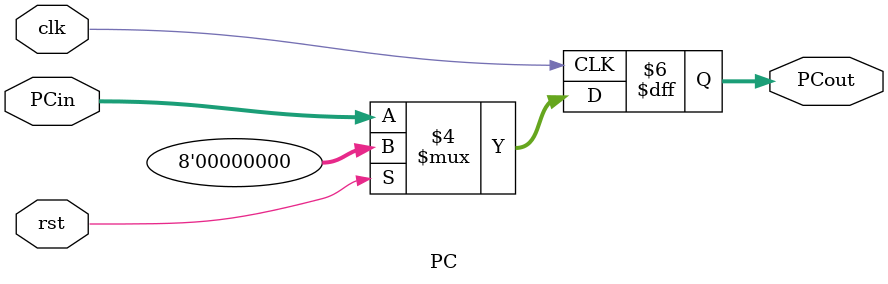
<source format=v>
`timescale 1ns / 1ps


module PC(
    input rst,
    input clk,
    input [7:0] PCin,
    output reg [7:0] PCout
);
    
    always@(posedge clk)
        begin
            if(rst == 1)
                PCout <= 8'd0;
            else
                PCout <= PCin;
        end
            
endmodule



</source>
